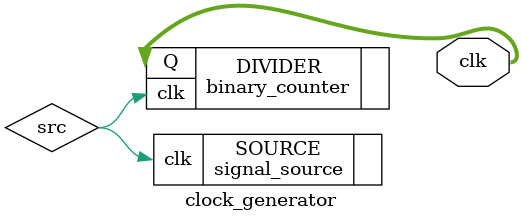
<source format=v>
`timescale 1ns / 1ps


module clock_generator
#(parameter CYCLE = 5, LEN = 4)
(
    output [(LEN-1):0] clk
);

    wire src;
    
    signal_source #(CYCLE) SOURCE (.clk(src));
    binary_counter #(LEN) DIVIDER (.clk(src), .Q(clk));
endmodule

</source>
